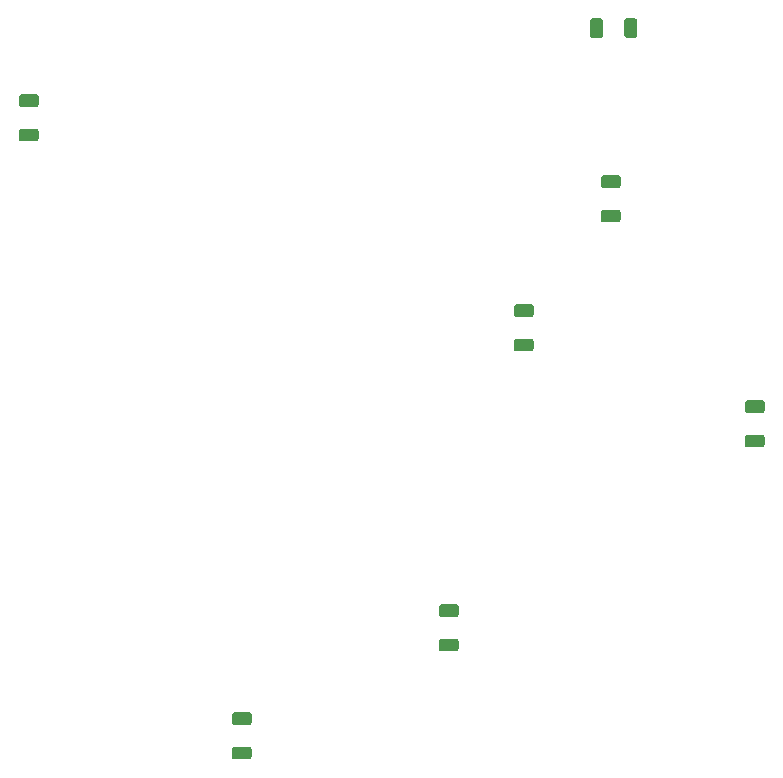
<source format=gbr>
G04 EAGLE Gerber RS-274X export*
G75*
%MOMM*%
%FSLAX34Y34*%
%LPD*%
%INSolderpaste Top*%
%IPPOS*%
%AMOC8*
5,1,8,0,0,1.08239X$1,22.5*%
G01*
%ADD10C,0.496800*%

G36*
X728552Y766253D02*
X728552Y766253D01*
X728554Y766251D01*
X728945Y766282D01*
X728949Y766286D01*
X728952Y766283D01*
X729334Y766374D01*
X729338Y766379D01*
X729342Y766377D01*
X729704Y766527D01*
X729707Y766532D01*
X729711Y766530D01*
X730045Y766735D01*
X730047Y766740D01*
X730051Y766740D01*
X730350Y766995D01*
X730351Y767000D01*
X730355Y767000D01*
X730610Y767299D01*
X730611Y767305D01*
X730615Y767305D01*
X730820Y767639D01*
X730819Y767645D01*
X730824Y767646D01*
X730974Y768008D01*
X730973Y768010D01*
X730974Y768010D01*
X730972Y768013D01*
X730972Y768014D01*
X730976Y768016D01*
X731067Y768398D01*
X731065Y768403D01*
X731067Y768404D01*
X731068Y768405D01*
X731099Y768796D01*
X731097Y768799D01*
X731099Y768800D01*
X731068Y780991D01*
X731063Y780998D01*
X731067Y781002D01*
X730976Y781384D01*
X730971Y781388D01*
X730974Y781392D01*
X730824Y781754D01*
X730818Y781757D01*
X730820Y781761D01*
X730615Y782095D01*
X730610Y782097D01*
X730610Y782101D01*
X730355Y782400D01*
X730350Y782401D01*
X730350Y782405D01*
X730051Y782660D01*
X730045Y782661D01*
X730045Y782665D01*
X729711Y782870D01*
X729705Y782869D01*
X729704Y782874D01*
X729342Y783024D01*
X729336Y783022D01*
X729334Y783026D01*
X728952Y783117D01*
X728947Y783115D01*
X728945Y783118D01*
X728554Y783149D01*
X728551Y783147D01*
X728550Y783149D01*
X722750Y783149D01*
X722748Y783147D01*
X722746Y783149D01*
X722355Y783118D01*
X722351Y783114D01*
X722348Y783117D01*
X721966Y783026D01*
X721962Y783021D01*
X721958Y783024D01*
X721596Y782874D01*
X721593Y782868D01*
X721589Y782870D01*
X721255Y782665D01*
X721253Y782660D01*
X721249Y782660D01*
X720950Y782405D01*
X720949Y782400D01*
X720945Y782400D01*
X720690Y782101D01*
X720689Y782095D01*
X720685Y782095D01*
X720480Y781761D01*
X720481Y781755D01*
X720477Y781754D01*
X720327Y781392D01*
X720328Y781387D01*
X720326Y781385D01*
X720324Y781384D01*
X720233Y781002D01*
X720235Y780997D01*
X720232Y780995D01*
X720201Y780604D01*
X720203Y780601D01*
X720201Y780600D01*
X720232Y768409D01*
X720237Y768402D01*
X720233Y768398D01*
X720324Y768016D01*
X720329Y768012D01*
X720327Y768008D01*
X720477Y767646D01*
X720482Y767643D01*
X720480Y767639D01*
X720685Y767305D01*
X720690Y767303D01*
X720690Y767299D01*
X720945Y767000D01*
X720950Y766999D01*
X720950Y766995D01*
X721249Y766740D01*
X721255Y766739D01*
X721255Y766735D01*
X721589Y766530D01*
X721595Y766531D01*
X721596Y766527D01*
X721958Y766377D01*
X721964Y766378D01*
X721966Y766374D01*
X722348Y766283D01*
X722353Y766285D01*
X722355Y766282D01*
X722746Y766251D01*
X722749Y766253D01*
X722750Y766251D01*
X728550Y766251D01*
X728552Y766253D01*
G37*
G36*
X699652Y766253D02*
X699652Y766253D01*
X699654Y766251D01*
X700045Y766282D01*
X700049Y766286D01*
X700052Y766283D01*
X700434Y766374D01*
X700438Y766379D01*
X700442Y766377D01*
X700804Y766527D01*
X700807Y766532D01*
X700811Y766530D01*
X701145Y766735D01*
X701147Y766740D01*
X701151Y766740D01*
X701450Y766995D01*
X701451Y767000D01*
X701455Y767000D01*
X701710Y767299D01*
X701711Y767305D01*
X701715Y767305D01*
X701920Y767639D01*
X701919Y767645D01*
X701924Y767646D01*
X702074Y768008D01*
X702073Y768010D01*
X702074Y768010D01*
X702072Y768013D01*
X702072Y768014D01*
X702076Y768016D01*
X702167Y768398D01*
X702165Y768403D01*
X702167Y768404D01*
X702168Y768405D01*
X702199Y768796D01*
X702197Y768799D01*
X702199Y768800D01*
X702168Y780991D01*
X702163Y780998D01*
X702167Y781002D01*
X702076Y781384D01*
X702071Y781388D01*
X702074Y781392D01*
X701924Y781754D01*
X701918Y781757D01*
X701920Y781761D01*
X701715Y782095D01*
X701710Y782097D01*
X701710Y782101D01*
X701455Y782400D01*
X701450Y782401D01*
X701450Y782405D01*
X701151Y782660D01*
X701145Y782661D01*
X701145Y782665D01*
X700811Y782870D01*
X700805Y782869D01*
X700804Y782874D01*
X700442Y783024D01*
X700436Y783022D01*
X700434Y783026D01*
X700052Y783117D01*
X700047Y783115D01*
X700045Y783118D01*
X699654Y783149D01*
X699651Y783147D01*
X699650Y783149D01*
X693850Y783149D01*
X693848Y783147D01*
X693846Y783149D01*
X693455Y783118D01*
X693451Y783114D01*
X693448Y783117D01*
X693066Y783026D01*
X693062Y783021D01*
X693058Y783024D01*
X692696Y782874D01*
X692693Y782868D01*
X692689Y782870D01*
X692355Y782665D01*
X692353Y782660D01*
X692349Y782660D01*
X692050Y782405D01*
X692049Y782400D01*
X692045Y782400D01*
X691790Y782101D01*
X691789Y782095D01*
X691785Y782095D01*
X691580Y781761D01*
X691581Y781755D01*
X691577Y781754D01*
X691427Y781392D01*
X691428Y781387D01*
X691426Y781385D01*
X691424Y781384D01*
X691333Y781002D01*
X691335Y780997D01*
X691332Y780995D01*
X691301Y780604D01*
X691303Y780601D01*
X691301Y780600D01*
X691332Y768409D01*
X691337Y768402D01*
X691333Y768398D01*
X691424Y768016D01*
X691429Y768012D01*
X691427Y768008D01*
X691577Y767646D01*
X691582Y767643D01*
X691580Y767639D01*
X691785Y767305D01*
X691790Y767303D01*
X691790Y767299D01*
X692045Y767000D01*
X692050Y766999D01*
X692050Y766995D01*
X692349Y766740D01*
X692355Y766739D01*
X692355Y766735D01*
X692689Y766530D01*
X692695Y766531D01*
X692696Y766527D01*
X693058Y766377D01*
X693064Y766378D01*
X693066Y766374D01*
X693448Y766283D01*
X693453Y766285D01*
X693455Y766282D01*
X693846Y766251D01*
X693849Y766253D01*
X693850Y766251D01*
X699650Y766251D01*
X699652Y766253D01*
G37*
G36*
X222191Y707532D02*
X222191Y707532D01*
X222198Y707537D01*
X222202Y707533D01*
X222584Y707624D01*
X222588Y707629D01*
X222592Y707627D01*
X222954Y707777D01*
X222957Y707782D01*
X222961Y707780D01*
X223295Y707985D01*
X223297Y707990D01*
X223301Y707990D01*
X223600Y708245D01*
X223601Y708250D01*
X223605Y708250D01*
X223860Y708549D01*
X223861Y708555D01*
X223865Y708555D01*
X224070Y708889D01*
X224069Y708895D01*
X224074Y708896D01*
X224224Y709258D01*
X224223Y709260D01*
X224224Y709260D01*
X224222Y709263D01*
X224222Y709264D01*
X224226Y709266D01*
X224317Y709648D01*
X224315Y709653D01*
X224317Y709654D01*
X224318Y709655D01*
X224349Y710046D01*
X224347Y710049D01*
X224349Y710050D01*
X224349Y715850D01*
X224347Y715852D01*
X224349Y715854D01*
X224318Y716245D01*
X224314Y716249D01*
X224317Y716252D01*
X224226Y716634D01*
X224221Y716638D01*
X224224Y716642D01*
X224074Y717004D01*
X224068Y717007D01*
X224070Y717011D01*
X223865Y717345D01*
X223860Y717347D01*
X223860Y717351D01*
X223605Y717650D01*
X223600Y717651D01*
X223600Y717655D01*
X223301Y717910D01*
X223295Y717911D01*
X223295Y717915D01*
X222961Y718120D01*
X222955Y718119D01*
X222954Y718124D01*
X222592Y718274D01*
X222586Y718272D01*
X222584Y718276D01*
X222202Y718367D01*
X222197Y718365D01*
X222195Y718368D01*
X221804Y718399D01*
X221801Y718397D01*
X221800Y718399D01*
X209609Y718368D01*
X209602Y718363D01*
X209598Y718367D01*
X209216Y718276D01*
X209212Y718271D01*
X209208Y718274D01*
X208846Y718124D01*
X208843Y718118D01*
X208839Y718120D01*
X208505Y717915D01*
X208503Y717910D01*
X208499Y717910D01*
X208200Y717655D01*
X208199Y717650D01*
X208195Y717650D01*
X207940Y717351D01*
X207939Y717345D01*
X207935Y717345D01*
X207730Y717011D01*
X207731Y717005D01*
X207727Y717004D01*
X207577Y716642D01*
X207578Y716636D01*
X207574Y716634D01*
X207483Y716252D01*
X207485Y716247D01*
X207482Y716245D01*
X207451Y715854D01*
X207453Y715851D01*
X207451Y715850D01*
X207451Y710050D01*
X207453Y710048D01*
X207451Y710046D01*
X207482Y709655D01*
X207486Y709651D01*
X207483Y709648D01*
X207574Y709266D01*
X207579Y709262D01*
X207577Y709258D01*
X207727Y708896D01*
X207732Y708893D01*
X207730Y708889D01*
X207935Y708555D01*
X207940Y708553D01*
X207940Y708549D01*
X208195Y708250D01*
X208200Y708249D01*
X208200Y708245D01*
X208499Y707990D01*
X208505Y707989D01*
X208505Y707985D01*
X208839Y707780D01*
X208845Y707781D01*
X208846Y707777D01*
X209208Y707627D01*
X209214Y707628D01*
X209216Y707624D01*
X209598Y707533D01*
X209603Y707535D01*
X209605Y707532D01*
X209996Y707501D01*
X209999Y707503D01*
X210000Y707501D01*
X222191Y707532D01*
G37*
G36*
X222191Y678632D02*
X222191Y678632D01*
X222198Y678637D01*
X222202Y678633D01*
X222584Y678724D01*
X222588Y678729D01*
X222592Y678727D01*
X222954Y678877D01*
X222957Y678882D01*
X222961Y678880D01*
X223295Y679085D01*
X223297Y679090D01*
X223301Y679090D01*
X223600Y679345D01*
X223601Y679350D01*
X223605Y679350D01*
X223860Y679649D01*
X223861Y679655D01*
X223865Y679655D01*
X224070Y679989D01*
X224069Y679995D01*
X224074Y679996D01*
X224224Y680358D01*
X224223Y680360D01*
X224224Y680360D01*
X224222Y680363D01*
X224222Y680364D01*
X224226Y680366D01*
X224317Y680748D01*
X224315Y680753D01*
X224317Y680754D01*
X224318Y680755D01*
X224349Y681146D01*
X224347Y681149D01*
X224349Y681150D01*
X224349Y686950D01*
X224347Y686952D01*
X224349Y686954D01*
X224318Y687345D01*
X224314Y687349D01*
X224317Y687352D01*
X224226Y687734D01*
X224221Y687738D01*
X224224Y687742D01*
X224074Y688104D01*
X224068Y688107D01*
X224070Y688111D01*
X223865Y688445D01*
X223860Y688447D01*
X223860Y688451D01*
X223605Y688750D01*
X223600Y688751D01*
X223600Y688755D01*
X223301Y689010D01*
X223295Y689011D01*
X223295Y689015D01*
X222961Y689220D01*
X222955Y689219D01*
X222954Y689224D01*
X222592Y689374D01*
X222586Y689372D01*
X222584Y689376D01*
X222202Y689467D01*
X222197Y689465D01*
X222195Y689468D01*
X221804Y689499D01*
X221801Y689497D01*
X221800Y689499D01*
X209609Y689468D01*
X209602Y689463D01*
X209598Y689467D01*
X209216Y689376D01*
X209212Y689371D01*
X209208Y689374D01*
X208846Y689224D01*
X208843Y689218D01*
X208839Y689220D01*
X208505Y689015D01*
X208503Y689010D01*
X208499Y689010D01*
X208200Y688755D01*
X208199Y688750D01*
X208195Y688750D01*
X207940Y688451D01*
X207939Y688445D01*
X207935Y688445D01*
X207730Y688111D01*
X207731Y688105D01*
X207727Y688104D01*
X207577Y687742D01*
X207578Y687736D01*
X207574Y687734D01*
X207483Y687352D01*
X207485Y687347D01*
X207482Y687345D01*
X207451Y686954D01*
X207453Y686951D01*
X207451Y686950D01*
X207451Y681150D01*
X207453Y681148D01*
X207451Y681146D01*
X207482Y680755D01*
X207486Y680751D01*
X207483Y680748D01*
X207574Y680366D01*
X207579Y680362D01*
X207577Y680358D01*
X207727Y679996D01*
X207732Y679993D01*
X207730Y679989D01*
X207935Y679655D01*
X207940Y679653D01*
X207940Y679649D01*
X208195Y679350D01*
X208200Y679349D01*
X208200Y679345D01*
X208499Y679090D01*
X208505Y679089D01*
X208505Y679085D01*
X208839Y678880D01*
X208845Y678881D01*
X208846Y678877D01*
X209208Y678727D01*
X209214Y678728D01*
X209216Y678724D01*
X209598Y678633D01*
X209603Y678635D01*
X209605Y678632D01*
X209996Y678601D01*
X209999Y678603D01*
X210000Y678601D01*
X222191Y678632D01*
G37*
G36*
X714951Y638952D02*
X714951Y638952D01*
X714958Y638957D01*
X714962Y638953D01*
X715344Y639044D01*
X715348Y639049D01*
X715352Y639047D01*
X715714Y639197D01*
X715717Y639202D01*
X715721Y639200D01*
X716055Y639405D01*
X716057Y639410D01*
X716061Y639410D01*
X716360Y639665D01*
X716361Y639670D01*
X716365Y639670D01*
X716620Y639969D01*
X716621Y639975D01*
X716625Y639975D01*
X716830Y640309D01*
X716829Y640315D01*
X716834Y640316D01*
X716984Y640678D01*
X716983Y640680D01*
X716984Y640680D01*
X716982Y640683D01*
X716982Y640684D01*
X716986Y640686D01*
X717077Y641068D01*
X717075Y641073D01*
X717077Y641074D01*
X717078Y641075D01*
X717109Y641466D01*
X717107Y641469D01*
X717109Y641470D01*
X717109Y647270D01*
X717107Y647272D01*
X717109Y647274D01*
X717078Y647665D01*
X717074Y647669D01*
X717077Y647672D01*
X716986Y648054D01*
X716981Y648058D01*
X716984Y648062D01*
X716834Y648424D01*
X716828Y648427D01*
X716830Y648431D01*
X716625Y648765D01*
X716620Y648767D01*
X716620Y648771D01*
X716365Y649070D01*
X716360Y649071D01*
X716360Y649075D01*
X716061Y649330D01*
X716055Y649331D01*
X716055Y649335D01*
X715721Y649540D01*
X715715Y649539D01*
X715714Y649544D01*
X715352Y649694D01*
X715346Y649692D01*
X715344Y649696D01*
X714962Y649787D01*
X714957Y649785D01*
X714955Y649788D01*
X714564Y649819D01*
X714561Y649817D01*
X714560Y649819D01*
X702369Y649788D01*
X702362Y649783D01*
X702358Y649787D01*
X701976Y649696D01*
X701972Y649691D01*
X701968Y649694D01*
X701606Y649544D01*
X701603Y649538D01*
X701599Y649540D01*
X701265Y649335D01*
X701263Y649330D01*
X701259Y649330D01*
X700960Y649075D01*
X700959Y649070D01*
X700955Y649070D01*
X700700Y648771D01*
X700699Y648765D01*
X700695Y648765D01*
X700490Y648431D01*
X700491Y648425D01*
X700487Y648424D01*
X700337Y648062D01*
X700338Y648056D01*
X700334Y648054D01*
X700243Y647672D01*
X700245Y647667D01*
X700242Y647665D01*
X700211Y647274D01*
X700213Y647271D01*
X700211Y647270D01*
X700211Y641470D01*
X700213Y641468D01*
X700211Y641466D01*
X700242Y641075D01*
X700246Y641071D01*
X700243Y641068D01*
X700334Y640686D01*
X700339Y640682D01*
X700337Y640678D01*
X700487Y640316D01*
X700492Y640313D01*
X700490Y640309D01*
X700695Y639975D01*
X700700Y639973D01*
X700700Y639969D01*
X700955Y639670D01*
X700960Y639669D01*
X700960Y639665D01*
X701259Y639410D01*
X701265Y639409D01*
X701265Y639405D01*
X701599Y639200D01*
X701605Y639201D01*
X701606Y639197D01*
X701968Y639047D01*
X701974Y639048D01*
X701976Y639044D01*
X702358Y638953D01*
X702363Y638955D01*
X702365Y638952D01*
X702756Y638921D01*
X702759Y638923D01*
X702760Y638921D01*
X714951Y638952D01*
G37*
G36*
X714951Y610052D02*
X714951Y610052D01*
X714958Y610057D01*
X714962Y610053D01*
X715344Y610144D01*
X715348Y610149D01*
X715352Y610147D01*
X715714Y610297D01*
X715717Y610302D01*
X715721Y610300D01*
X716055Y610505D01*
X716057Y610510D01*
X716061Y610510D01*
X716360Y610765D01*
X716361Y610770D01*
X716365Y610770D01*
X716620Y611069D01*
X716621Y611075D01*
X716625Y611075D01*
X716830Y611409D01*
X716829Y611415D01*
X716834Y611416D01*
X716984Y611778D01*
X716983Y611780D01*
X716984Y611780D01*
X716982Y611783D01*
X716982Y611784D01*
X716986Y611786D01*
X717077Y612168D01*
X717075Y612173D01*
X717077Y612174D01*
X717078Y612175D01*
X717109Y612566D01*
X717107Y612569D01*
X717109Y612570D01*
X717109Y618370D01*
X717107Y618372D01*
X717109Y618374D01*
X717078Y618765D01*
X717074Y618769D01*
X717077Y618772D01*
X716986Y619154D01*
X716981Y619158D01*
X716984Y619162D01*
X716834Y619524D01*
X716828Y619527D01*
X716830Y619531D01*
X716625Y619865D01*
X716620Y619867D01*
X716620Y619871D01*
X716365Y620170D01*
X716360Y620171D01*
X716360Y620175D01*
X716061Y620430D01*
X716055Y620431D01*
X716055Y620435D01*
X715721Y620640D01*
X715715Y620639D01*
X715714Y620644D01*
X715352Y620794D01*
X715346Y620792D01*
X715344Y620796D01*
X714962Y620887D01*
X714957Y620885D01*
X714955Y620888D01*
X714564Y620919D01*
X714561Y620917D01*
X714560Y620919D01*
X702369Y620888D01*
X702362Y620883D01*
X702358Y620887D01*
X701976Y620796D01*
X701972Y620791D01*
X701968Y620794D01*
X701606Y620644D01*
X701603Y620638D01*
X701599Y620640D01*
X701265Y620435D01*
X701263Y620430D01*
X701259Y620430D01*
X700960Y620175D01*
X700959Y620170D01*
X700955Y620170D01*
X700700Y619871D01*
X700699Y619865D01*
X700695Y619865D01*
X700490Y619531D01*
X700491Y619525D01*
X700487Y619524D01*
X700337Y619162D01*
X700338Y619156D01*
X700334Y619154D01*
X700243Y618772D01*
X700245Y618767D01*
X700242Y618765D01*
X700211Y618374D01*
X700213Y618371D01*
X700211Y618370D01*
X700211Y612570D01*
X700213Y612568D01*
X700211Y612566D01*
X700242Y612175D01*
X700246Y612171D01*
X700243Y612168D01*
X700334Y611786D01*
X700339Y611782D01*
X700337Y611778D01*
X700487Y611416D01*
X700492Y611413D01*
X700490Y611409D01*
X700695Y611075D01*
X700700Y611073D01*
X700700Y611069D01*
X700955Y610770D01*
X700960Y610769D01*
X700960Y610765D01*
X701259Y610510D01*
X701265Y610509D01*
X701265Y610505D01*
X701599Y610300D01*
X701605Y610301D01*
X701606Y610297D01*
X701968Y610147D01*
X701974Y610148D01*
X701976Y610144D01*
X702358Y610053D01*
X702363Y610055D01*
X702365Y610052D01*
X702756Y610021D01*
X702759Y610023D01*
X702760Y610021D01*
X714951Y610052D01*
G37*
G36*
X641291Y529732D02*
X641291Y529732D01*
X641298Y529737D01*
X641302Y529733D01*
X641684Y529824D01*
X641688Y529829D01*
X641692Y529827D01*
X642054Y529977D01*
X642057Y529982D01*
X642061Y529980D01*
X642395Y530185D01*
X642397Y530190D01*
X642401Y530190D01*
X642700Y530445D01*
X642701Y530450D01*
X642705Y530450D01*
X642960Y530749D01*
X642961Y530755D01*
X642965Y530755D01*
X643170Y531089D01*
X643169Y531095D01*
X643174Y531096D01*
X643324Y531458D01*
X643323Y531460D01*
X643324Y531460D01*
X643322Y531463D01*
X643322Y531464D01*
X643326Y531466D01*
X643417Y531848D01*
X643415Y531853D01*
X643417Y531854D01*
X643418Y531855D01*
X643449Y532246D01*
X643447Y532249D01*
X643449Y532250D01*
X643449Y538050D01*
X643447Y538052D01*
X643449Y538054D01*
X643418Y538445D01*
X643414Y538449D01*
X643417Y538452D01*
X643326Y538834D01*
X643321Y538838D01*
X643324Y538842D01*
X643174Y539204D01*
X643168Y539207D01*
X643170Y539211D01*
X642965Y539545D01*
X642960Y539547D01*
X642960Y539551D01*
X642705Y539850D01*
X642700Y539851D01*
X642700Y539855D01*
X642401Y540110D01*
X642395Y540111D01*
X642395Y540115D01*
X642061Y540320D01*
X642055Y540319D01*
X642054Y540324D01*
X641692Y540474D01*
X641686Y540472D01*
X641684Y540476D01*
X641302Y540567D01*
X641297Y540565D01*
X641295Y540568D01*
X640904Y540599D01*
X640901Y540597D01*
X640900Y540599D01*
X628709Y540568D01*
X628702Y540563D01*
X628698Y540567D01*
X628316Y540476D01*
X628312Y540471D01*
X628308Y540474D01*
X627946Y540324D01*
X627943Y540318D01*
X627939Y540320D01*
X627605Y540115D01*
X627603Y540110D01*
X627599Y540110D01*
X627300Y539855D01*
X627299Y539850D01*
X627295Y539850D01*
X627040Y539551D01*
X627039Y539545D01*
X627035Y539545D01*
X626830Y539211D01*
X626831Y539205D01*
X626827Y539204D01*
X626677Y538842D01*
X626678Y538836D01*
X626674Y538834D01*
X626583Y538452D01*
X626585Y538447D01*
X626582Y538445D01*
X626551Y538054D01*
X626553Y538051D01*
X626551Y538050D01*
X626551Y532250D01*
X626553Y532248D01*
X626551Y532246D01*
X626582Y531855D01*
X626586Y531851D01*
X626583Y531848D01*
X626674Y531466D01*
X626679Y531462D01*
X626677Y531458D01*
X626827Y531096D01*
X626832Y531093D01*
X626830Y531089D01*
X627035Y530755D01*
X627040Y530753D01*
X627040Y530749D01*
X627295Y530450D01*
X627300Y530449D01*
X627300Y530445D01*
X627599Y530190D01*
X627605Y530189D01*
X627605Y530185D01*
X627939Y529980D01*
X627945Y529981D01*
X627946Y529977D01*
X628308Y529827D01*
X628314Y529828D01*
X628316Y529824D01*
X628698Y529733D01*
X628703Y529735D01*
X628705Y529732D01*
X629096Y529701D01*
X629099Y529703D01*
X629100Y529701D01*
X641291Y529732D01*
G37*
G36*
X641291Y500832D02*
X641291Y500832D01*
X641298Y500837D01*
X641302Y500833D01*
X641684Y500924D01*
X641688Y500929D01*
X641692Y500927D01*
X642054Y501077D01*
X642057Y501082D01*
X642061Y501080D01*
X642395Y501285D01*
X642397Y501290D01*
X642401Y501290D01*
X642700Y501545D01*
X642701Y501550D01*
X642705Y501550D01*
X642960Y501849D01*
X642961Y501855D01*
X642965Y501855D01*
X643170Y502189D01*
X643169Y502195D01*
X643174Y502196D01*
X643324Y502558D01*
X643323Y502560D01*
X643324Y502560D01*
X643322Y502563D01*
X643322Y502564D01*
X643326Y502566D01*
X643417Y502948D01*
X643415Y502953D01*
X643417Y502954D01*
X643418Y502955D01*
X643449Y503346D01*
X643447Y503349D01*
X643449Y503350D01*
X643449Y509150D01*
X643447Y509152D01*
X643449Y509154D01*
X643418Y509545D01*
X643414Y509549D01*
X643417Y509552D01*
X643326Y509934D01*
X643321Y509938D01*
X643324Y509942D01*
X643174Y510304D01*
X643168Y510307D01*
X643170Y510311D01*
X642965Y510645D01*
X642960Y510647D01*
X642960Y510651D01*
X642705Y510950D01*
X642700Y510951D01*
X642700Y510955D01*
X642401Y511210D01*
X642395Y511211D01*
X642395Y511215D01*
X642061Y511420D01*
X642055Y511419D01*
X642054Y511424D01*
X641692Y511574D01*
X641686Y511572D01*
X641684Y511576D01*
X641302Y511667D01*
X641297Y511665D01*
X641295Y511668D01*
X640904Y511699D01*
X640901Y511697D01*
X640900Y511699D01*
X628709Y511668D01*
X628702Y511663D01*
X628698Y511667D01*
X628316Y511576D01*
X628312Y511571D01*
X628308Y511574D01*
X627946Y511424D01*
X627943Y511418D01*
X627939Y511420D01*
X627605Y511215D01*
X627603Y511210D01*
X627599Y511210D01*
X627300Y510955D01*
X627299Y510950D01*
X627295Y510950D01*
X627040Y510651D01*
X627039Y510645D01*
X627035Y510645D01*
X626830Y510311D01*
X626831Y510305D01*
X626827Y510304D01*
X626677Y509942D01*
X626678Y509936D01*
X626674Y509934D01*
X626583Y509552D01*
X626585Y509547D01*
X626582Y509545D01*
X626551Y509154D01*
X626553Y509151D01*
X626551Y509150D01*
X626551Y503350D01*
X626553Y503348D01*
X626551Y503346D01*
X626582Y502955D01*
X626586Y502951D01*
X626583Y502948D01*
X626674Y502566D01*
X626679Y502562D01*
X626677Y502558D01*
X626827Y502196D01*
X626832Y502193D01*
X626830Y502189D01*
X627035Y501855D01*
X627040Y501853D01*
X627040Y501849D01*
X627295Y501550D01*
X627300Y501549D01*
X627300Y501545D01*
X627599Y501290D01*
X627605Y501289D01*
X627605Y501285D01*
X627939Y501080D01*
X627945Y501081D01*
X627946Y501077D01*
X628308Y500927D01*
X628314Y500928D01*
X628316Y500924D01*
X628698Y500833D01*
X628703Y500835D01*
X628705Y500832D01*
X629096Y500801D01*
X629099Y500803D01*
X629100Y500801D01*
X641291Y500832D01*
G37*
G36*
X836871Y448452D02*
X836871Y448452D01*
X836878Y448457D01*
X836882Y448453D01*
X837264Y448544D01*
X837268Y448549D01*
X837272Y448547D01*
X837634Y448697D01*
X837637Y448702D01*
X837641Y448700D01*
X837975Y448905D01*
X837977Y448910D01*
X837981Y448910D01*
X838280Y449165D01*
X838281Y449170D01*
X838285Y449170D01*
X838540Y449469D01*
X838541Y449475D01*
X838545Y449475D01*
X838750Y449809D01*
X838749Y449815D01*
X838754Y449816D01*
X838904Y450178D01*
X838903Y450180D01*
X838904Y450180D01*
X838902Y450183D01*
X838902Y450184D01*
X838906Y450186D01*
X838997Y450568D01*
X838995Y450573D01*
X838997Y450574D01*
X838998Y450575D01*
X839029Y450966D01*
X839027Y450969D01*
X839029Y450970D01*
X839029Y456770D01*
X839027Y456772D01*
X839029Y456774D01*
X838998Y457165D01*
X838994Y457169D01*
X838997Y457172D01*
X838906Y457554D01*
X838901Y457558D01*
X838904Y457562D01*
X838754Y457924D01*
X838748Y457927D01*
X838750Y457931D01*
X838545Y458265D01*
X838540Y458267D01*
X838540Y458271D01*
X838285Y458570D01*
X838280Y458571D01*
X838280Y458575D01*
X837981Y458830D01*
X837975Y458831D01*
X837975Y458835D01*
X837641Y459040D01*
X837635Y459039D01*
X837634Y459044D01*
X837272Y459194D01*
X837266Y459192D01*
X837264Y459196D01*
X836882Y459287D01*
X836877Y459285D01*
X836875Y459288D01*
X836484Y459319D01*
X836481Y459317D01*
X836480Y459319D01*
X824289Y459288D01*
X824282Y459283D01*
X824278Y459287D01*
X823896Y459196D01*
X823892Y459191D01*
X823888Y459194D01*
X823526Y459044D01*
X823523Y459038D01*
X823519Y459040D01*
X823185Y458835D01*
X823183Y458830D01*
X823179Y458830D01*
X822880Y458575D01*
X822879Y458570D01*
X822875Y458570D01*
X822620Y458271D01*
X822619Y458265D01*
X822615Y458265D01*
X822410Y457931D01*
X822411Y457925D01*
X822407Y457924D01*
X822257Y457562D01*
X822258Y457556D01*
X822254Y457554D01*
X822163Y457172D01*
X822165Y457167D01*
X822162Y457165D01*
X822131Y456774D01*
X822133Y456771D01*
X822131Y456770D01*
X822131Y450970D01*
X822133Y450968D01*
X822131Y450966D01*
X822162Y450575D01*
X822166Y450571D01*
X822163Y450568D01*
X822254Y450186D01*
X822259Y450182D01*
X822257Y450178D01*
X822407Y449816D01*
X822412Y449813D01*
X822410Y449809D01*
X822615Y449475D01*
X822620Y449473D01*
X822620Y449469D01*
X822875Y449170D01*
X822880Y449169D01*
X822880Y449165D01*
X823179Y448910D01*
X823185Y448909D01*
X823185Y448905D01*
X823519Y448700D01*
X823525Y448701D01*
X823526Y448697D01*
X823888Y448547D01*
X823894Y448548D01*
X823896Y448544D01*
X824278Y448453D01*
X824283Y448455D01*
X824285Y448452D01*
X824676Y448421D01*
X824679Y448423D01*
X824680Y448421D01*
X836871Y448452D01*
G37*
G36*
X836871Y419552D02*
X836871Y419552D01*
X836878Y419557D01*
X836882Y419553D01*
X837264Y419644D01*
X837268Y419649D01*
X837272Y419647D01*
X837634Y419797D01*
X837637Y419802D01*
X837641Y419800D01*
X837975Y420005D01*
X837977Y420010D01*
X837981Y420010D01*
X838280Y420265D01*
X838281Y420270D01*
X838285Y420270D01*
X838540Y420569D01*
X838541Y420575D01*
X838545Y420575D01*
X838750Y420909D01*
X838749Y420915D01*
X838754Y420916D01*
X838904Y421278D01*
X838903Y421280D01*
X838904Y421280D01*
X838902Y421283D01*
X838902Y421284D01*
X838906Y421286D01*
X838997Y421668D01*
X838995Y421673D01*
X838997Y421674D01*
X838998Y421675D01*
X839029Y422066D01*
X839027Y422069D01*
X839029Y422070D01*
X839029Y427870D01*
X839027Y427872D01*
X839029Y427874D01*
X838998Y428265D01*
X838994Y428269D01*
X838997Y428272D01*
X838906Y428654D01*
X838901Y428658D01*
X838904Y428662D01*
X838754Y429024D01*
X838748Y429027D01*
X838750Y429031D01*
X838545Y429365D01*
X838540Y429367D01*
X838540Y429371D01*
X838285Y429670D01*
X838280Y429671D01*
X838280Y429675D01*
X837981Y429930D01*
X837975Y429931D01*
X837975Y429935D01*
X837641Y430140D01*
X837635Y430139D01*
X837634Y430144D01*
X837272Y430294D01*
X837266Y430292D01*
X837264Y430296D01*
X836882Y430387D01*
X836877Y430385D01*
X836875Y430388D01*
X836484Y430419D01*
X836481Y430417D01*
X836480Y430419D01*
X824289Y430388D01*
X824282Y430383D01*
X824278Y430387D01*
X823896Y430296D01*
X823892Y430291D01*
X823888Y430294D01*
X823526Y430144D01*
X823523Y430138D01*
X823519Y430140D01*
X823185Y429935D01*
X823183Y429930D01*
X823179Y429930D01*
X822880Y429675D01*
X822879Y429670D01*
X822875Y429670D01*
X822620Y429371D01*
X822619Y429365D01*
X822615Y429365D01*
X822410Y429031D01*
X822411Y429025D01*
X822407Y429024D01*
X822257Y428662D01*
X822258Y428656D01*
X822254Y428654D01*
X822163Y428272D01*
X822165Y428267D01*
X822162Y428265D01*
X822131Y427874D01*
X822133Y427871D01*
X822131Y427870D01*
X822131Y422070D01*
X822133Y422068D01*
X822131Y422066D01*
X822162Y421675D01*
X822166Y421671D01*
X822163Y421668D01*
X822254Y421286D01*
X822259Y421282D01*
X822257Y421278D01*
X822407Y420916D01*
X822412Y420913D01*
X822410Y420909D01*
X822615Y420575D01*
X822620Y420573D01*
X822620Y420569D01*
X822875Y420270D01*
X822880Y420269D01*
X822880Y420265D01*
X823179Y420010D01*
X823185Y420009D01*
X823185Y420005D01*
X823519Y419800D01*
X823525Y419801D01*
X823526Y419797D01*
X823888Y419647D01*
X823894Y419648D01*
X823896Y419644D01*
X824278Y419553D01*
X824283Y419555D01*
X824285Y419552D01*
X824676Y419521D01*
X824679Y419523D01*
X824680Y419521D01*
X836871Y419552D01*
G37*
G36*
X577791Y275732D02*
X577791Y275732D01*
X577798Y275737D01*
X577802Y275733D01*
X578184Y275824D01*
X578188Y275829D01*
X578192Y275827D01*
X578554Y275977D01*
X578557Y275982D01*
X578561Y275980D01*
X578895Y276185D01*
X578897Y276190D01*
X578901Y276190D01*
X579200Y276445D01*
X579201Y276450D01*
X579205Y276450D01*
X579460Y276749D01*
X579461Y276755D01*
X579465Y276755D01*
X579670Y277089D01*
X579669Y277095D01*
X579674Y277096D01*
X579824Y277458D01*
X579823Y277460D01*
X579824Y277460D01*
X579822Y277463D01*
X579822Y277464D01*
X579826Y277466D01*
X579917Y277848D01*
X579915Y277853D01*
X579917Y277854D01*
X579918Y277855D01*
X579949Y278246D01*
X579947Y278249D01*
X579949Y278250D01*
X579949Y284050D01*
X579947Y284052D01*
X579949Y284054D01*
X579918Y284445D01*
X579914Y284449D01*
X579917Y284452D01*
X579826Y284834D01*
X579821Y284838D01*
X579824Y284842D01*
X579674Y285204D01*
X579668Y285207D01*
X579670Y285211D01*
X579465Y285545D01*
X579460Y285547D01*
X579460Y285551D01*
X579205Y285850D01*
X579200Y285851D01*
X579200Y285855D01*
X578901Y286110D01*
X578895Y286111D01*
X578895Y286115D01*
X578561Y286320D01*
X578555Y286319D01*
X578554Y286324D01*
X578192Y286474D01*
X578186Y286472D01*
X578184Y286476D01*
X577802Y286567D01*
X577797Y286565D01*
X577795Y286568D01*
X577404Y286599D01*
X577401Y286597D01*
X577400Y286599D01*
X565209Y286568D01*
X565202Y286563D01*
X565198Y286567D01*
X564816Y286476D01*
X564812Y286471D01*
X564808Y286474D01*
X564446Y286324D01*
X564443Y286318D01*
X564439Y286320D01*
X564105Y286115D01*
X564103Y286110D01*
X564099Y286110D01*
X563800Y285855D01*
X563799Y285850D01*
X563795Y285850D01*
X563540Y285551D01*
X563539Y285545D01*
X563535Y285545D01*
X563330Y285211D01*
X563331Y285205D01*
X563327Y285204D01*
X563177Y284842D01*
X563178Y284836D01*
X563174Y284834D01*
X563083Y284452D01*
X563085Y284447D01*
X563082Y284445D01*
X563051Y284054D01*
X563053Y284051D01*
X563051Y284050D01*
X563051Y278250D01*
X563053Y278248D01*
X563051Y278246D01*
X563082Y277855D01*
X563086Y277851D01*
X563083Y277848D01*
X563174Y277466D01*
X563179Y277462D01*
X563177Y277458D01*
X563327Y277096D01*
X563332Y277093D01*
X563330Y277089D01*
X563535Y276755D01*
X563540Y276753D01*
X563540Y276749D01*
X563795Y276450D01*
X563800Y276449D01*
X563800Y276445D01*
X564099Y276190D01*
X564105Y276189D01*
X564105Y276185D01*
X564439Y275980D01*
X564445Y275981D01*
X564446Y275977D01*
X564808Y275827D01*
X564814Y275828D01*
X564816Y275824D01*
X565198Y275733D01*
X565203Y275735D01*
X565205Y275732D01*
X565596Y275701D01*
X565599Y275703D01*
X565600Y275701D01*
X577791Y275732D01*
G37*
G36*
X577791Y246832D02*
X577791Y246832D01*
X577798Y246837D01*
X577802Y246833D01*
X578184Y246924D01*
X578188Y246929D01*
X578192Y246927D01*
X578554Y247077D01*
X578557Y247082D01*
X578561Y247080D01*
X578895Y247285D01*
X578897Y247290D01*
X578901Y247290D01*
X579200Y247545D01*
X579201Y247550D01*
X579205Y247550D01*
X579460Y247849D01*
X579461Y247855D01*
X579465Y247855D01*
X579670Y248189D01*
X579669Y248195D01*
X579674Y248196D01*
X579824Y248558D01*
X579823Y248560D01*
X579824Y248560D01*
X579822Y248563D01*
X579822Y248564D01*
X579826Y248566D01*
X579917Y248948D01*
X579915Y248953D01*
X579917Y248954D01*
X579918Y248955D01*
X579949Y249346D01*
X579947Y249349D01*
X579949Y249350D01*
X579949Y255150D01*
X579947Y255152D01*
X579949Y255154D01*
X579918Y255545D01*
X579914Y255549D01*
X579917Y255552D01*
X579826Y255934D01*
X579821Y255938D01*
X579824Y255942D01*
X579674Y256304D01*
X579668Y256307D01*
X579670Y256311D01*
X579465Y256645D01*
X579460Y256647D01*
X579460Y256651D01*
X579205Y256950D01*
X579200Y256951D01*
X579200Y256955D01*
X578901Y257210D01*
X578895Y257211D01*
X578895Y257215D01*
X578561Y257420D01*
X578555Y257419D01*
X578554Y257424D01*
X578192Y257574D01*
X578186Y257572D01*
X578184Y257576D01*
X577802Y257667D01*
X577797Y257665D01*
X577795Y257668D01*
X577404Y257699D01*
X577401Y257697D01*
X577400Y257699D01*
X565209Y257668D01*
X565202Y257663D01*
X565198Y257667D01*
X564816Y257576D01*
X564812Y257571D01*
X564808Y257574D01*
X564446Y257424D01*
X564443Y257418D01*
X564439Y257420D01*
X564105Y257215D01*
X564103Y257210D01*
X564099Y257210D01*
X563800Y256955D01*
X563799Y256950D01*
X563795Y256950D01*
X563540Y256651D01*
X563539Y256645D01*
X563535Y256645D01*
X563330Y256311D01*
X563331Y256305D01*
X563327Y256304D01*
X563177Y255942D01*
X563178Y255936D01*
X563174Y255934D01*
X563083Y255552D01*
X563085Y255547D01*
X563082Y255545D01*
X563051Y255154D01*
X563053Y255151D01*
X563051Y255150D01*
X563051Y249350D01*
X563053Y249348D01*
X563051Y249346D01*
X563082Y248955D01*
X563086Y248951D01*
X563083Y248948D01*
X563174Y248566D01*
X563179Y248562D01*
X563177Y248558D01*
X563327Y248196D01*
X563332Y248193D01*
X563330Y248189D01*
X563535Y247855D01*
X563540Y247853D01*
X563540Y247849D01*
X563795Y247550D01*
X563800Y247549D01*
X563800Y247545D01*
X564099Y247290D01*
X564105Y247289D01*
X564105Y247285D01*
X564439Y247080D01*
X564445Y247081D01*
X564446Y247077D01*
X564808Y246927D01*
X564814Y246928D01*
X564816Y246924D01*
X565198Y246833D01*
X565203Y246835D01*
X565205Y246832D01*
X565596Y246801D01*
X565599Y246803D01*
X565600Y246801D01*
X577791Y246832D01*
G37*
G36*
X402531Y184292D02*
X402531Y184292D01*
X402538Y184297D01*
X402542Y184293D01*
X402924Y184384D01*
X402928Y184389D01*
X402932Y184387D01*
X403294Y184537D01*
X403297Y184542D01*
X403301Y184540D01*
X403635Y184745D01*
X403637Y184750D01*
X403641Y184750D01*
X403940Y185005D01*
X403941Y185010D01*
X403945Y185010D01*
X404200Y185309D01*
X404201Y185315D01*
X404205Y185315D01*
X404410Y185649D01*
X404409Y185655D01*
X404414Y185656D01*
X404564Y186018D01*
X404563Y186020D01*
X404564Y186020D01*
X404562Y186023D01*
X404562Y186024D01*
X404566Y186026D01*
X404657Y186408D01*
X404655Y186413D01*
X404657Y186414D01*
X404658Y186415D01*
X404689Y186806D01*
X404687Y186809D01*
X404689Y186810D01*
X404689Y192610D01*
X404687Y192612D01*
X404689Y192614D01*
X404658Y193005D01*
X404654Y193009D01*
X404657Y193012D01*
X404566Y193394D01*
X404561Y193398D01*
X404564Y193402D01*
X404414Y193764D01*
X404408Y193767D01*
X404410Y193771D01*
X404205Y194105D01*
X404200Y194107D01*
X404200Y194111D01*
X403945Y194410D01*
X403940Y194411D01*
X403940Y194415D01*
X403641Y194670D01*
X403635Y194671D01*
X403635Y194675D01*
X403301Y194880D01*
X403295Y194879D01*
X403294Y194884D01*
X402932Y195034D01*
X402926Y195032D01*
X402924Y195036D01*
X402542Y195127D01*
X402537Y195125D01*
X402535Y195128D01*
X402144Y195159D01*
X402141Y195157D01*
X402140Y195159D01*
X389949Y195128D01*
X389942Y195123D01*
X389938Y195127D01*
X389556Y195036D01*
X389552Y195031D01*
X389548Y195034D01*
X389186Y194884D01*
X389183Y194878D01*
X389179Y194880D01*
X388845Y194675D01*
X388843Y194670D01*
X388839Y194670D01*
X388540Y194415D01*
X388539Y194410D01*
X388535Y194410D01*
X388280Y194111D01*
X388279Y194105D01*
X388275Y194105D01*
X388070Y193771D01*
X388071Y193765D01*
X388067Y193764D01*
X387917Y193402D01*
X387918Y193396D01*
X387914Y193394D01*
X387823Y193012D01*
X387825Y193007D01*
X387822Y193005D01*
X387791Y192614D01*
X387793Y192611D01*
X387791Y192610D01*
X387791Y186810D01*
X387793Y186808D01*
X387791Y186806D01*
X387822Y186415D01*
X387826Y186411D01*
X387823Y186408D01*
X387914Y186026D01*
X387919Y186022D01*
X387917Y186018D01*
X388067Y185656D01*
X388072Y185653D01*
X388070Y185649D01*
X388275Y185315D01*
X388280Y185313D01*
X388280Y185309D01*
X388535Y185010D01*
X388540Y185009D01*
X388540Y185005D01*
X388839Y184750D01*
X388845Y184749D01*
X388845Y184745D01*
X389179Y184540D01*
X389185Y184541D01*
X389186Y184537D01*
X389548Y184387D01*
X389554Y184388D01*
X389556Y184384D01*
X389938Y184293D01*
X389943Y184295D01*
X389945Y184292D01*
X390336Y184261D01*
X390339Y184263D01*
X390340Y184261D01*
X402531Y184292D01*
G37*
G36*
X402531Y155392D02*
X402531Y155392D01*
X402538Y155397D01*
X402542Y155393D01*
X402924Y155484D01*
X402928Y155489D01*
X402932Y155487D01*
X403294Y155637D01*
X403297Y155642D01*
X403301Y155640D01*
X403635Y155845D01*
X403637Y155850D01*
X403641Y155850D01*
X403940Y156105D01*
X403941Y156110D01*
X403945Y156110D01*
X404200Y156409D01*
X404201Y156415D01*
X404205Y156415D01*
X404410Y156749D01*
X404409Y156755D01*
X404414Y156756D01*
X404564Y157118D01*
X404563Y157120D01*
X404564Y157120D01*
X404562Y157123D01*
X404562Y157124D01*
X404566Y157126D01*
X404657Y157508D01*
X404655Y157513D01*
X404657Y157514D01*
X404658Y157515D01*
X404689Y157906D01*
X404687Y157909D01*
X404689Y157910D01*
X404689Y163710D01*
X404687Y163712D01*
X404689Y163714D01*
X404658Y164105D01*
X404654Y164109D01*
X404657Y164112D01*
X404566Y164494D01*
X404561Y164498D01*
X404564Y164502D01*
X404414Y164864D01*
X404408Y164867D01*
X404410Y164871D01*
X404205Y165205D01*
X404200Y165207D01*
X404200Y165211D01*
X403945Y165510D01*
X403940Y165511D01*
X403940Y165515D01*
X403641Y165770D01*
X403635Y165771D01*
X403635Y165775D01*
X403301Y165980D01*
X403295Y165979D01*
X403294Y165984D01*
X402932Y166134D01*
X402926Y166132D01*
X402924Y166136D01*
X402542Y166227D01*
X402537Y166225D01*
X402535Y166228D01*
X402144Y166259D01*
X402141Y166257D01*
X402140Y166259D01*
X389949Y166228D01*
X389942Y166223D01*
X389938Y166227D01*
X389556Y166136D01*
X389552Y166131D01*
X389548Y166134D01*
X389186Y165984D01*
X389183Y165978D01*
X389179Y165980D01*
X388845Y165775D01*
X388843Y165770D01*
X388839Y165770D01*
X388540Y165515D01*
X388539Y165510D01*
X388535Y165510D01*
X388280Y165211D01*
X388279Y165205D01*
X388275Y165205D01*
X388070Y164871D01*
X388071Y164865D01*
X388067Y164864D01*
X387917Y164502D01*
X387918Y164496D01*
X387914Y164494D01*
X387823Y164112D01*
X387825Y164107D01*
X387822Y164105D01*
X387791Y163714D01*
X387793Y163711D01*
X387791Y163710D01*
X387791Y157910D01*
X387793Y157908D01*
X387791Y157906D01*
X387822Y157515D01*
X387826Y157511D01*
X387823Y157508D01*
X387914Y157126D01*
X387919Y157122D01*
X387917Y157118D01*
X388067Y156756D01*
X388072Y156753D01*
X388070Y156749D01*
X388275Y156415D01*
X388280Y156413D01*
X388280Y156409D01*
X388535Y156110D01*
X388540Y156109D01*
X388540Y156105D01*
X388839Y155850D01*
X388845Y155849D01*
X388845Y155845D01*
X389179Y155640D01*
X389185Y155641D01*
X389186Y155637D01*
X389548Y155487D01*
X389554Y155488D01*
X389556Y155484D01*
X389938Y155393D01*
X389943Y155395D01*
X389945Y155392D01*
X390336Y155361D01*
X390339Y155363D01*
X390340Y155361D01*
X402531Y155392D01*
G37*
D10*
X577416Y284066D02*
X577416Y278234D01*
X565584Y278234D01*
X565584Y284066D01*
X577416Y284066D01*
X577416Y282954D02*
X565584Y282954D01*
X565584Y255166D02*
X565584Y249334D01*
X565584Y255166D02*
X577416Y255166D01*
X577416Y249334D01*
X565584Y249334D01*
X565584Y254054D02*
X577416Y254054D01*
X402156Y192626D02*
X402156Y186794D01*
X390324Y186794D01*
X390324Y192626D01*
X402156Y192626D01*
X402156Y191514D02*
X390324Y191514D01*
X390324Y163726D02*
X390324Y157894D01*
X390324Y163726D02*
X402156Y163726D01*
X402156Y157894D01*
X390324Y157894D01*
X390324Y162614D02*
X402156Y162614D01*
X714576Y641454D02*
X714576Y647286D01*
X714576Y641454D02*
X702744Y641454D01*
X702744Y647286D01*
X714576Y647286D01*
X714576Y646174D02*
X702744Y646174D01*
X702744Y618386D02*
X702744Y612554D01*
X702744Y618386D02*
X714576Y618386D01*
X714576Y612554D01*
X702744Y612554D01*
X702744Y617274D02*
X714576Y617274D01*
X836496Y456786D02*
X836496Y450954D01*
X824664Y450954D01*
X824664Y456786D01*
X836496Y456786D01*
X836496Y455674D02*
X824664Y455674D01*
X824664Y427886D02*
X824664Y422054D01*
X824664Y427886D02*
X836496Y427886D01*
X836496Y422054D01*
X824664Y422054D01*
X824664Y426774D02*
X836496Y426774D01*
X629084Y503334D02*
X629084Y509166D01*
X640916Y509166D01*
X640916Y503334D01*
X629084Y503334D01*
X629084Y508054D02*
X640916Y508054D01*
X640916Y532234D02*
X640916Y538066D01*
X640916Y532234D02*
X629084Y532234D01*
X629084Y538066D01*
X640916Y538066D01*
X640916Y536954D02*
X629084Y536954D01*
X722734Y768784D02*
X728566Y768784D01*
X722734Y768784D02*
X722734Y780616D01*
X728566Y780616D01*
X728566Y768784D01*
X728566Y773504D02*
X722734Y773504D01*
X722734Y778224D02*
X728566Y778224D01*
X699666Y780616D02*
X693834Y780616D01*
X699666Y780616D02*
X699666Y768784D01*
X693834Y768784D01*
X693834Y780616D01*
X693834Y773504D02*
X699666Y773504D01*
X699666Y778224D02*
X693834Y778224D01*
X221816Y715866D02*
X221816Y710034D01*
X209984Y710034D01*
X209984Y715866D01*
X221816Y715866D01*
X221816Y714754D02*
X209984Y714754D01*
X209984Y686966D02*
X209984Y681134D01*
X209984Y686966D02*
X221816Y686966D01*
X221816Y681134D01*
X209984Y681134D01*
X209984Y685854D02*
X221816Y685854D01*
M02*

</source>
